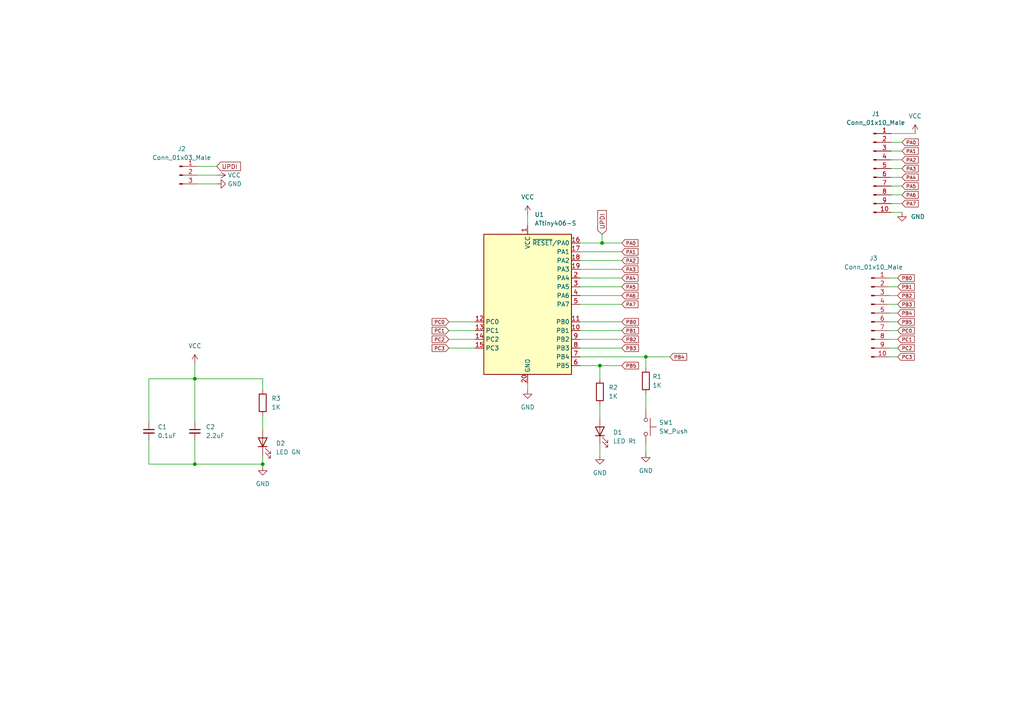
<source format=kicad_sch>
(kicad_sch (version 20211123) (generator eeschema)

  (uuid fb30f9bb-6a0b-4d8a-82b0-266eab794bc6)

  (paper "A4")

  (lib_symbols
    (symbol "Connector:Conn_01x03_Male" (pin_names (offset 1.016) hide) (in_bom yes) (on_board yes)
      (property "Reference" "J" (id 0) (at 0 5.08 0)
        (effects (font (size 1.27 1.27)))
      )
      (property "Value" "Conn_01x03_Male" (id 1) (at 0 -5.08 0)
        (effects (font (size 1.27 1.27)))
      )
      (property "Footprint" "" (id 2) (at 0 0 0)
        (effects (font (size 1.27 1.27)) hide)
      )
      (property "Datasheet" "~" (id 3) (at 0 0 0)
        (effects (font (size 1.27 1.27)) hide)
      )
      (property "ki_keywords" "connector" (id 4) (at 0 0 0)
        (effects (font (size 1.27 1.27)) hide)
      )
      (property "ki_description" "Generic connector, single row, 01x03, script generated (kicad-library-utils/schlib/autogen/connector/)" (id 5) (at 0 0 0)
        (effects (font (size 1.27 1.27)) hide)
      )
      (property "ki_fp_filters" "Connector*:*_1x??_*" (id 6) (at 0 0 0)
        (effects (font (size 1.27 1.27)) hide)
      )
      (symbol "Conn_01x03_Male_1_1"
        (polyline
          (pts
            (xy 1.27 -2.54)
            (xy 0.8636 -2.54)
          )
          (stroke (width 0.1524) (type default) (color 0 0 0 0))
          (fill (type none))
        )
        (polyline
          (pts
            (xy 1.27 0)
            (xy 0.8636 0)
          )
          (stroke (width 0.1524) (type default) (color 0 0 0 0))
          (fill (type none))
        )
        (polyline
          (pts
            (xy 1.27 2.54)
            (xy 0.8636 2.54)
          )
          (stroke (width 0.1524) (type default) (color 0 0 0 0))
          (fill (type none))
        )
        (rectangle (start 0.8636 -2.413) (end 0 -2.667)
          (stroke (width 0.1524) (type default) (color 0 0 0 0))
          (fill (type outline))
        )
        (rectangle (start 0.8636 0.127) (end 0 -0.127)
          (stroke (width 0.1524) (type default) (color 0 0 0 0))
          (fill (type outline))
        )
        (rectangle (start 0.8636 2.667) (end 0 2.413)
          (stroke (width 0.1524) (type default) (color 0 0 0 0))
          (fill (type outline))
        )
        (pin passive line (at 5.08 2.54 180) (length 3.81)
          (name "Pin_1" (effects (font (size 1.27 1.27))))
          (number "1" (effects (font (size 1.27 1.27))))
        )
        (pin passive line (at 5.08 0 180) (length 3.81)
          (name "Pin_2" (effects (font (size 1.27 1.27))))
          (number "2" (effects (font (size 1.27 1.27))))
        )
        (pin passive line (at 5.08 -2.54 180) (length 3.81)
          (name "Pin_3" (effects (font (size 1.27 1.27))))
          (number "3" (effects (font (size 1.27 1.27))))
        )
      )
    )
    (symbol "Connector:Conn_01x10_Male" (pin_names (offset 1.016) hide) (in_bom yes) (on_board yes)
      (property "Reference" "J" (id 0) (at 0 12.7 0)
        (effects (font (size 1.27 1.27)))
      )
      (property "Value" "Conn_01x10_Male" (id 1) (at 0 -15.24 0)
        (effects (font (size 1.27 1.27)))
      )
      (property "Footprint" "" (id 2) (at 0 0 0)
        (effects (font (size 1.27 1.27)) hide)
      )
      (property "Datasheet" "~" (id 3) (at 0 0 0)
        (effects (font (size 1.27 1.27)) hide)
      )
      (property "ki_keywords" "connector" (id 4) (at 0 0 0)
        (effects (font (size 1.27 1.27)) hide)
      )
      (property "ki_description" "Generic connector, single row, 01x10, script generated (kicad-library-utils/schlib/autogen/connector/)" (id 5) (at 0 0 0)
        (effects (font (size 1.27 1.27)) hide)
      )
      (property "ki_fp_filters" "Connector*:*_1x??_*" (id 6) (at 0 0 0)
        (effects (font (size 1.27 1.27)) hide)
      )
      (symbol "Conn_01x10_Male_1_1"
        (polyline
          (pts
            (xy 1.27 -12.7)
            (xy 0.8636 -12.7)
          )
          (stroke (width 0.1524) (type default) (color 0 0 0 0))
          (fill (type none))
        )
        (polyline
          (pts
            (xy 1.27 -10.16)
            (xy 0.8636 -10.16)
          )
          (stroke (width 0.1524) (type default) (color 0 0 0 0))
          (fill (type none))
        )
        (polyline
          (pts
            (xy 1.27 -7.62)
            (xy 0.8636 -7.62)
          )
          (stroke (width 0.1524) (type default) (color 0 0 0 0))
          (fill (type none))
        )
        (polyline
          (pts
            (xy 1.27 -5.08)
            (xy 0.8636 -5.08)
          )
          (stroke (width 0.1524) (type default) (color 0 0 0 0))
          (fill (type none))
        )
        (polyline
          (pts
            (xy 1.27 -2.54)
            (xy 0.8636 -2.54)
          )
          (stroke (width 0.1524) (type default) (color 0 0 0 0))
          (fill (type none))
        )
        (polyline
          (pts
            (xy 1.27 0)
            (xy 0.8636 0)
          )
          (stroke (width 0.1524) (type default) (color 0 0 0 0))
          (fill (type none))
        )
        (polyline
          (pts
            (xy 1.27 2.54)
            (xy 0.8636 2.54)
          )
          (stroke (width 0.1524) (type default) (color 0 0 0 0))
          (fill (type none))
        )
        (polyline
          (pts
            (xy 1.27 5.08)
            (xy 0.8636 5.08)
          )
          (stroke (width 0.1524) (type default) (color 0 0 0 0))
          (fill (type none))
        )
        (polyline
          (pts
            (xy 1.27 7.62)
            (xy 0.8636 7.62)
          )
          (stroke (width 0.1524) (type default) (color 0 0 0 0))
          (fill (type none))
        )
        (polyline
          (pts
            (xy 1.27 10.16)
            (xy 0.8636 10.16)
          )
          (stroke (width 0.1524) (type default) (color 0 0 0 0))
          (fill (type none))
        )
        (rectangle (start 0.8636 -12.573) (end 0 -12.827)
          (stroke (width 0.1524) (type default) (color 0 0 0 0))
          (fill (type outline))
        )
        (rectangle (start 0.8636 -10.033) (end 0 -10.287)
          (stroke (width 0.1524) (type default) (color 0 0 0 0))
          (fill (type outline))
        )
        (rectangle (start 0.8636 -7.493) (end 0 -7.747)
          (stroke (width 0.1524) (type default) (color 0 0 0 0))
          (fill (type outline))
        )
        (rectangle (start 0.8636 -4.953) (end 0 -5.207)
          (stroke (width 0.1524) (type default) (color 0 0 0 0))
          (fill (type outline))
        )
        (rectangle (start 0.8636 -2.413) (end 0 -2.667)
          (stroke (width 0.1524) (type default) (color 0 0 0 0))
          (fill (type outline))
        )
        (rectangle (start 0.8636 0.127) (end 0 -0.127)
          (stroke (width 0.1524) (type default) (color 0 0 0 0))
          (fill (type outline))
        )
        (rectangle (start 0.8636 2.667) (end 0 2.413)
          (stroke (width 0.1524) (type default) (color 0 0 0 0))
          (fill (type outline))
        )
        (rectangle (start 0.8636 5.207) (end 0 4.953)
          (stroke (width 0.1524) (type default) (color 0 0 0 0))
          (fill (type outline))
        )
        (rectangle (start 0.8636 7.747) (end 0 7.493)
          (stroke (width 0.1524) (type default) (color 0 0 0 0))
          (fill (type outline))
        )
        (rectangle (start 0.8636 10.287) (end 0 10.033)
          (stroke (width 0.1524) (type default) (color 0 0 0 0))
          (fill (type outline))
        )
        (pin passive line (at 5.08 10.16 180) (length 3.81)
          (name "Pin_1" (effects (font (size 1.27 1.27))))
          (number "1" (effects (font (size 1.27 1.27))))
        )
        (pin passive line (at 5.08 -12.7 180) (length 3.81)
          (name "Pin_10" (effects (font (size 1.27 1.27))))
          (number "10" (effects (font (size 1.27 1.27))))
        )
        (pin passive line (at 5.08 7.62 180) (length 3.81)
          (name "Pin_2" (effects (font (size 1.27 1.27))))
          (number "2" (effects (font (size 1.27 1.27))))
        )
        (pin passive line (at 5.08 5.08 180) (length 3.81)
          (name "Pin_3" (effects (font (size 1.27 1.27))))
          (number "3" (effects (font (size 1.27 1.27))))
        )
        (pin passive line (at 5.08 2.54 180) (length 3.81)
          (name "Pin_4" (effects (font (size 1.27 1.27))))
          (number "4" (effects (font (size 1.27 1.27))))
        )
        (pin passive line (at 5.08 0 180) (length 3.81)
          (name "Pin_5" (effects (font (size 1.27 1.27))))
          (number "5" (effects (font (size 1.27 1.27))))
        )
        (pin passive line (at 5.08 -2.54 180) (length 3.81)
          (name "Pin_6" (effects (font (size 1.27 1.27))))
          (number "6" (effects (font (size 1.27 1.27))))
        )
        (pin passive line (at 5.08 -5.08 180) (length 3.81)
          (name "Pin_7" (effects (font (size 1.27 1.27))))
          (number "7" (effects (font (size 1.27 1.27))))
        )
        (pin passive line (at 5.08 -7.62 180) (length 3.81)
          (name "Pin_8" (effects (font (size 1.27 1.27))))
          (number "8" (effects (font (size 1.27 1.27))))
        )
        (pin passive line (at 5.08 -10.16 180) (length 3.81)
          (name "Pin_9" (effects (font (size 1.27 1.27))))
          (number "9" (effects (font (size 1.27 1.27))))
        )
      )
    )
    (symbol "Device:C_Small" (pin_numbers hide) (pin_names (offset 0.254) hide) (in_bom yes) (on_board yes)
      (property "Reference" "C" (id 0) (at 0.254 1.778 0)
        (effects (font (size 1.27 1.27)) (justify left))
      )
      (property "Value" "C_Small" (id 1) (at 0.254 -2.032 0)
        (effects (font (size 1.27 1.27)) (justify left))
      )
      (property "Footprint" "" (id 2) (at 0 0 0)
        (effects (font (size 1.27 1.27)) hide)
      )
      (property "Datasheet" "~" (id 3) (at 0 0 0)
        (effects (font (size 1.27 1.27)) hide)
      )
      (property "ki_keywords" "capacitor cap" (id 4) (at 0 0 0)
        (effects (font (size 1.27 1.27)) hide)
      )
      (property "ki_description" "Unpolarized capacitor, small symbol" (id 5) (at 0 0 0)
        (effects (font (size 1.27 1.27)) hide)
      )
      (property "ki_fp_filters" "C_*" (id 6) (at 0 0 0)
        (effects (font (size 1.27 1.27)) hide)
      )
      (symbol "C_Small_0_1"
        (polyline
          (pts
            (xy -1.524 -0.508)
            (xy 1.524 -0.508)
          )
          (stroke (width 0.3302) (type default) (color 0 0 0 0))
          (fill (type none))
        )
        (polyline
          (pts
            (xy -1.524 0.508)
            (xy 1.524 0.508)
          )
          (stroke (width 0.3048) (type default) (color 0 0 0 0))
          (fill (type none))
        )
      )
      (symbol "C_Small_1_1"
        (pin passive line (at 0 2.54 270) (length 2.032)
          (name "~" (effects (font (size 1.27 1.27))))
          (number "1" (effects (font (size 1.27 1.27))))
        )
        (pin passive line (at 0 -2.54 90) (length 2.032)
          (name "~" (effects (font (size 1.27 1.27))))
          (number "2" (effects (font (size 1.27 1.27))))
        )
      )
    )
    (symbol "Device:LED" (pin_numbers hide) (pin_names (offset 1.016) hide) (in_bom yes) (on_board yes)
      (property "Reference" "D" (id 0) (at 0 2.54 0)
        (effects (font (size 1.27 1.27)))
      )
      (property "Value" "LED" (id 1) (at 0 -2.54 0)
        (effects (font (size 1.27 1.27)))
      )
      (property "Footprint" "" (id 2) (at 0 0 0)
        (effects (font (size 1.27 1.27)) hide)
      )
      (property "Datasheet" "~" (id 3) (at 0 0 0)
        (effects (font (size 1.27 1.27)) hide)
      )
      (property "ki_keywords" "LED diode" (id 4) (at 0 0 0)
        (effects (font (size 1.27 1.27)) hide)
      )
      (property "ki_description" "Light emitting diode" (id 5) (at 0 0 0)
        (effects (font (size 1.27 1.27)) hide)
      )
      (property "ki_fp_filters" "LED* LED_SMD:* LED_THT:*" (id 6) (at 0 0 0)
        (effects (font (size 1.27 1.27)) hide)
      )
      (symbol "LED_0_1"
        (polyline
          (pts
            (xy -1.27 -1.27)
            (xy -1.27 1.27)
          )
          (stroke (width 0.254) (type default) (color 0 0 0 0))
          (fill (type none))
        )
        (polyline
          (pts
            (xy -1.27 0)
            (xy 1.27 0)
          )
          (stroke (width 0) (type default) (color 0 0 0 0))
          (fill (type none))
        )
        (polyline
          (pts
            (xy 1.27 -1.27)
            (xy 1.27 1.27)
            (xy -1.27 0)
            (xy 1.27 -1.27)
          )
          (stroke (width 0.254) (type default) (color 0 0 0 0))
          (fill (type none))
        )
        (polyline
          (pts
            (xy -3.048 -0.762)
            (xy -4.572 -2.286)
            (xy -3.81 -2.286)
            (xy -4.572 -2.286)
            (xy -4.572 -1.524)
          )
          (stroke (width 0) (type default) (color 0 0 0 0))
          (fill (type none))
        )
        (polyline
          (pts
            (xy -1.778 -0.762)
            (xy -3.302 -2.286)
            (xy -2.54 -2.286)
            (xy -3.302 -2.286)
            (xy -3.302 -1.524)
          )
          (stroke (width 0) (type default) (color 0 0 0 0))
          (fill (type none))
        )
      )
      (symbol "LED_1_1"
        (pin passive line (at -3.81 0 0) (length 2.54)
          (name "K" (effects (font (size 1.27 1.27))))
          (number "1" (effects (font (size 1.27 1.27))))
        )
        (pin passive line (at 3.81 0 180) (length 2.54)
          (name "A" (effects (font (size 1.27 1.27))))
          (number "2" (effects (font (size 1.27 1.27))))
        )
      )
    )
    (symbol "Device:R" (pin_numbers hide) (pin_names (offset 0)) (in_bom yes) (on_board yes)
      (property "Reference" "R" (id 0) (at 2.032 0 90)
        (effects (font (size 1.27 1.27)))
      )
      (property "Value" "R" (id 1) (at 0 0 90)
        (effects (font (size 1.27 1.27)))
      )
      (property "Footprint" "" (id 2) (at -1.778 0 90)
        (effects (font (size 1.27 1.27)) hide)
      )
      (property "Datasheet" "~" (id 3) (at 0 0 0)
        (effects (font (size 1.27 1.27)) hide)
      )
      (property "ki_keywords" "R res resistor" (id 4) (at 0 0 0)
        (effects (font (size 1.27 1.27)) hide)
      )
      (property "ki_description" "Resistor" (id 5) (at 0 0 0)
        (effects (font (size 1.27 1.27)) hide)
      )
      (property "ki_fp_filters" "R_*" (id 6) (at 0 0 0)
        (effects (font (size 1.27 1.27)) hide)
      )
      (symbol "R_0_1"
        (rectangle (start -1.016 -2.54) (end 1.016 2.54)
          (stroke (width 0.254) (type default) (color 0 0 0 0))
          (fill (type none))
        )
      )
      (symbol "R_1_1"
        (pin passive line (at 0 3.81 270) (length 1.27)
          (name "~" (effects (font (size 1.27 1.27))))
          (number "1" (effects (font (size 1.27 1.27))))
        )
        (pin passive line (at 0 -3.81 90) (length 1.27)
          (name "~" (effects (font (size 1.27 1.27))))
          (number "2" (effects (font (size 1.27 1.27))))
        )
      )
    )
    (symbol "MCU_Microchip_ATtiny:ATtiny406-S" (in_bom yes) (on_board yes)
      (property "Reference" "U" (id 0) (at -12.7 21.59 0)
        (effects (font (size 1.27 1.27)) (justify left bottom))
      )
      (property "Value" "ATtiny406-S" (id 1) (at 2.54 -21.59 0)
        (effects (font (size 1.27 1.27)) (justify left top))
      )
      (property "Footprint" "Package_SO:SOIC-20W_7.5x12.8mm_P1.27mm" (id 2) (at 0 0 0)
        (effects (font (size 1.27 1.27) italic) hide)
      )
      (property "Datasheet" "http://ww1.microchip.com/downloads/en/DeviceDoc/Microchip%208bit%20mcu%20AVR%20ATtiny406%20data%20sheet%2040001976A.pdf" (id 3) (at 0 0 0)
        (effects (font (size 1.27 1.27)) hide)
      )
      (property "ki_keywords" "AVR 8bit Microcontroller tinyAVR" (id 4) (at 0 0 0)
        (effects (font (size 1.27 1.27)) hide)
      )
      (property "ki_description" "20MHz, 4kB Flash, 256B SRAM, 128B EEPROM, SOIC-20" (id 5) (at 0 0 0)
        (effects (font (size 1.27 1.27)) hide)
      )
      (property "ki_fp_filters" "SOIC*7.5x12.8mm*P1.27mm*" (id 6) (at 0 0 0)
        (effects (font (size 1.27 1.27)) hide)
      )
      (symbol "ATtiny406-S_0_1"
        (rectangle (start -12.7 -20.32) (end 12.7 20.32)
          (stroke (width 0.254) (type default) (color 0 0 0 0))
          (fill (type background))
        )
      )
      (symbol "ATtiny406-S_1_1"
        (pin power_in line (at 0 22.86 270) (length 2.54)
          (name "VCC" (effects (font (size 1.27 1.27))))
          (number "1" (effects (font (size 1.27 1.27))))
        )
        (pin bidirectional line (at 15.24 -7.62 180) (length 2.54)
          (name "PB1" (effects (font (size 1.27 1.27))))
          (number "10" (effects (font (size 1.27 1.27))))
        )
        (pin bidirectional line (at 15.24 -5.08 180) (length 2.54)
          (name "PB0" (effects (font (size 1.27 1.27))))
          (number "11" (effects (font (size 1.27 1.27))))
        )
        (pin bidirectional line (at -15.24 -5.08 0) (length 2.54)
          (name "PC0" (effects (font (size 1.27 1.27))))
          (number "12" (effects (font (size 1.27 1.27))))
        )
        (pin bidirectional line (at -15.24 -7.62 0) (length 2.54)
          (name "PC1" (effects (font (size 1.27 1.27))))
          (number "13" (effects (font (size 1.27 1.27))))
        )
        (pin bidirectional line (at -15.24 -10.16 0) (length 2.54)
          (name "PC2" (effects (font (size 1.27 1.27))))
          (number "14" (effects (font (size 1.27 1.27))))
        )
        (pin bidirectional line (at -15.24 -12.7 0) (length 2.54)
          (name "PC3" (effects (font (size 1.27 1.27))))
          (number "15" (effects (font (size 1.27 1.27))))
        )
        (pin bidirectional line (at 15.24 17.78 180) (length 2.54)
          (name "~{RESET}/PA0" (effects (font (size 1.27 1.27))))
          (number "16" (effects (font (size 1.27 1.27))))
        )
        (pin bidirectional line (at 15.24 15.24 180) (length 2.54)
          (name "PA1" (effects (font (size 1.27 1.27))))
          (number "17" (effects (font (size 1.27 1.27))))
        )
        (pin bidirectional line (at 15.24 12.7 180) (length 2.54)
          (name "PA2" (effects (font (size 1.27 1.27))))
          (number "18" (effects (font (size 1.27 1.27))))
        )
        (pin bidirectional line (at 15.24 10.16 180) (length 2.54)
          (name "PA3" (effects (font (size 1.27 1.27))))
          (number "19" (effects (font (size 1.27 1.27))))
        )
        (pin bidirectional line (at 15.24 7.62 180) (length 2.54)
          (name "PA4" (effects (font (size 1.27 1.27))))
          (number "2" (effects (font (size 1.27 1.27))))
        )
        (pin power_in line (at 0 -22.86 90) (length 2.54)
          (name "GND" (effects (font (size 1.27 1.27))))
          (number "20" (effects (font (size 1.27 1.27))))
        )
        (pin bidirectional line (at 15.24 5.08 180) (length 2.54)
          (name "PA5" (effects (font (size 1.27 1.27))))
          (number "3" (effects (font (size 1.27 1.27))))
        )
        (pin bidirectional line (at 15.24 2.54 180) (length 2.54)
          (name "PA6" (effects (font (size 1.27 1.27))))
          (number "4" (effects (font (size 1.27 1.27))))
        )
        (pin bidirectional line (at 15.24 0 180) (length 2.54)
          (name "PA7" (effects (font (size 1.27 1.27))))
          (number "5" (effects (font (size 1.27 1.27))))
        )
        (pin bidirectional line (at 15.24 -17.78 180) (length 2.54)
          (name "PB5" (effects (font (size 1.27 1.27))))
          (number "6" (effects (font (size 1.27 1.27))))
        )
        (pin bidirectional line (at 15.24 -15.24 180) (length 2.54)
          (name "PB4" (effects (font (size 1.27 1.27))))
          (number "7" (effects (font (size 1.27 1.27))))
        )
        (pin bidirectional line (at 15.24 -12.7 180) (length 2.54)
          (name "PB3" (effects (font (size 1.27 1.27))))
          (number "8" (effects (font (size 1.27 1.27))))
        )
        (pin bidirectional line (at 15.24 -10.16 180) (length 2.54)
          (name "PB2" (effects (font (size 1.27 1.27))))
          (number "9" (effects (font (size 1.27 1.27))))
        )
      )
    )
    (symbol "Switch:SW_Push" (pin_numbers hide) (pin_names (offset 1.016) hide) (in_bom yes) (on_board yes)
      (property "Reference" "SW" (id 0) (at 1.27 2.54 0)
        (effects (font (size 1.27 1.27)) (justify left))
      )
      (property "Value" "SW_Push" (id 1) (at 0 -1.524 0)
        (effects (font (size 1.27 1.27)))
      )
      (property "Footprint" "" (id 2) (at 0 5.08 0)
        (effects (font (size 1.27 1.27)) hide)
      )
      (property "Datasheet" "~" (id 3) (at 0 5.08 0)
        (effects (font (size 1.27 1.27)) hide)
      )
      (property "ki_keywords" "switch normally-open pushbutton push-button" (id 4) (at 0 0 0)
        (effects (font (size 1.27 1.27)) hide)
      )
      (property "ki_description" "Push button switch, generic, two pins" (id 5) (at 0 0 0)
        (effects (font (size 1.27 1.27)) hide)
      )
      (symbol "SW_Push_0_1"
        (circle (center -2.032 0) (radius 0.508)
          (stroke (width 0) (type default) (color 0 0 0 0))
          (fill (type none))
        )
        (polyline
          (pts
            (xy 0 1.27)
            (xy 0 3.048)
          )
          (stroke (width 0) (type default) (color 0 0 0 0))
          (fill (type none))
        )
        (polyline
          (pts
            (xy 2.54 1.27)
            (xy -2.54 1.27)
          )
          (stroke (width 0) (type default) (color 0 0 0 0))
          (fill (type none))
        )
        (circle (center 2.032 0) (radius 0.508)
          (stroke (width 0) (type default) (color 0 0 0 0))
          (fill (type none))
        )
        (pin passive line (at -5.08 0 0) (length 2.54)
          (name "1" (effects (font (size 1.27 1.27))))
          (number "1" (effects (font (size 1.27 1.27))))
        )
        (pin passive line (at 5.08 0 180) (length 2.54)
          (name "2" (effects (font (size 1.27 1.27))))
          (number "2" (effects (font (size 1.27 1.27))))
        )
      )
    )
    (symbol "power:GND" (power) (pin_names (offset 0)) (in_bom yes) (on_board yes)
      (property "Reference" "#PWR" (id 0) (at 0 -6.35 0)
        (effects (font (size 1.27 1.27)) hide)
      )
      (property "Value" "GND" (id 1) (at 0 -3.81 0)
        (effects (font (size 1.27 1.27)))
      )
      (property "Footprint" "" (id 2) (at 0 0 0)
        (effects (font (size 1.27 1.27)) hide)
      )
      (property "Datasheet" "" (id 3) (at 0 0 0)
        (effects (font (size 1.27 1.27)) hide)
      )
      (property "ki_keywords" "power-flag" (id 4) (at 0 0 0)
        (effects (font (size 1.27 1.27)) hide)
      )
      (property "ki_description" "Power symbol creates a global label with name \"GND\" , ground" (id 5) (at 0 0 0)
        (effects (font (size 1.27 1.27)) hide)
      )
      (symbol "GND_0_1"
        (polyline
          (pts
            (xy 0 0)
            (xy 0 -1.27)
            (xy 1.27 -1.27)
            (xy 0 -2.54)
            (xy -1.27 -1.27)
            (xy 0 -1.27)
          )
          (stroke (width 0) (type default) (color 0 0 0 0))
          (fill (type none))
        )
      )
      (symbol "GND_1_1"
        (pin power_in line (at 0 0 270) (length 0) hide
          (name "GND" (effects (font (size 1.27 1.27))))
          (number "1" (effects (font (size 1.27 1.27))))
        )
      )
    )
    (symbol "power:VCC" (power) (pin_names (offset 0)) (in_bom yes) (on_board yes)
      (property "Reference" "#PWR" (id 0) (at 0 -3.81 0)
        (effects (font (size 1.27 1.27)) hide)
      )
      (property "Value" "VCC" (id 1) (at 0 3.81 0)
        (effects (font (size 1.27 1.27)))
      )
      (property "Footprint" "" (id 2) (at 0 0 0)
        (effects (font (size 1.27 1.27)) hide)
      )
      (property "Datasheet" "" (id 3) (at 0 0 0)
        (effects (font (size 1.27 1.27)) hide)
      )
      (property "ki_keywords" "power-flag" (id 4) (at 0 0 0)
        (effects (font (size 1.27 1.27)) hide)
      )
      (property "ki_description" "Power symbol creates a global label with name \"VCC\"" (id 5) (at 0 0 0)
        (effects (font (size 1.27 1.27)) hide)
      )
      (symbol "VCC_0_1"
        (polyline
          (pts
            (xy -0.762 1.27)
            (xy 0 2.54)
          )
          (stroke (width 0) (type default) (color 0 0 0 0))
          (fill (type none))
        )
        (polyline
          (pts
            (xy 0 0)
            (xy 0 2.54)
          )
          (stroke (width 0) (type default) (color 0 0 0 0))
          (fill (type none))
        )
        (polyline
          (pts
            (xy 0 2.54)
            (xy 0.762 1.27)
          )
          (stroke (width 0) (type default) (color 0 0 0 0))
          (fill (type none))
        )
      )
      (symbol "VCC_1_1"
        (pin power_in line (at 0 0 90) (length 0) hide
          (name "VCC" (effects (font (size 1.27 1.27))))
          (number "1" (effects (font (size 1.27 1.27))))
        )
      )
    )
  )

  (junction (at 174.625 70.485) (diameter 0) (color 0 0 0 0)
    (uuid 00675e31-77d4-4eac-8ad0-e149c608b842)
  )
  (junction (at 187.325 103.505) (diameter 0) (color 0 0 0 0)
    (uuid 679bd0ec-8e4c-46d9-82fd-ca89e1869acc)
  )
  (junction (at 56.515 109.855) (diameter 0) (color 0 0 0 0)
    (uuid 693b44d3-7170-4989-8f37-1c3736664250)
  )
  (junction (at 76.2 134.62) (diameter 0) (color 0 0 0 0)
    (uuid a31ec509-a68f-48a2-8409-64977c4cf578)
  )
  (junction (at 56.515 134.62) (diameter 0) (color 0 0 0 0)
    (uuid ae3a6328-3827-4058-94b7-c3b5787fd1a5)
  )
  (junction (at 173.99 106.045) (diameter 0) (color 0 0 0 0)
    (uuid b3e608e1-0be6-4c1b-8a87-b45b4462cc4e)
  )

  (wire (pts (xy 76.2 134.62) (xy 76.2 135.255))
    (stroke (width 0) (type default) (color 0 0 0 0))
    (uuid 01160ba8-06c2-4d15-8a4d-ce35ad95b348)
  )
  (wire (pts (xy 56.515 105.41) (xy 56.515 109.855))
    (stroke (width 0) (type default) (color 0 0 0 0))
    (uuid 0459ce21-a166-4ea2-a718-80424118b397)
  )
  (wire (pts (xy 168.275 103.505) (xy 187.325 103.505))
    (stroke (width 0) (type default) (color 0 0 0 0))
    (uuid 0974a704-bde6-40d0-a3fe-f274c867849b)
  )
  (wire (pts (xy 257.81 90.805) (xy 260.35 90.805))
    (stroke (width 0) (type default) (color 0 0 0 0))
    (uuid 0b024344-42a7-4551-b12b-5f178da21a49)
  )
  (wire (pts (xy 76.2 134.62) (xy 56.515 134.62))
    (stroke (width 0) (type default) (color 0 0 0 0))
    (uuid 0bc8b3c7-7eab-4f33-a26f-56e13e215001)
  )
  (wire (pts (xy 173.99 106.045) (xy 180.34 106.045))
    (stroke (width 0) (type default) (color 0 0 0 0))
    (uuid 12a6ce66-06d1-492a-81db-3bfe09ce1e4f)
  )
  (wire (pts (xy 187.325 103.505) (xy 194.31 103.505))
    (stroke (width 0) (type default) (color 0 0 0 0))
    (uuid 16f44d35-1e0c-473a-8c1b-117a58b74058)
  )
  (wire (pts (xy 57.15 53.34) (xy 62.865 53.34))
    (stroke (width 0) (type default) (color 0 0 0 0))
    (uuid 1a9af4cc-1d72-4b76-a66f-8ce324f55b7c)
  )
  (wire (pts (xy 187.325 128.905) (xy 187.325 131.445))
    (stroke (width 0) (type default) (color 0 0 0 0))
    (uuid 1b3b457c-c35b-4a8f-a809-070d85022e5f)
  )
  (wire (pts (xy 257.81 93.345) (xy 260.35 93.345))
    (stroke (width 0) (type default) (color 0 0 0 0))
    (uuid 1b929fcc-fb1c-42a6-baaa-60e6301cb969)
  )
  (wire (pts (xy 258.445 61.595) (xy 261.62 61.595))
    (stroke (width 0) (type default) (color 0 0 0 0))
    (uuid 1f3cc0e0-dcf2-431a-8fe9-6fd00dde9a8d)
  )
  (wire (pts (xy 258.445 53.975) (xy 261.62 53.975))
    (stroke (width 0) (type default) (color 0 0 0 0))
    (uuid 2104b12b-f0e2-4cfb-a1ca-f440722155a1)
  )
  (wire (pts (xy 168.275 95.885) (xy 180.34 95.885))
    (stroke (width 0) (type default) (color 0 0 0 0))
    (uuid 25286b17-7ffe-4973-b494-e6e235b89fc3)
  )
  (wire (pts (xy 168.275 85.725) (xy 180.34 85.725))
    (stroke (width 0) (type default) (color 0 0 0 0))
    (uuid 300febb8-4151-492c-8616-220fb6fa0987)
  )
  (wire (pts (xy 257.81 95.885) (xy 260.35 95.885))
    (stroke (width 0) (type default) (color 0 0 0 0))
    (uuid 3066b767-ab96-4271-8407-0cd052d60314)
  )
  (wire (pts (xy 187.325 103.505) (xy 187.325 106.68))
    (stroke (width 0) (type default) (color 0 0 0 0))
    (uuid 3198bb48-fa59-4318-bf0a-163775428656)
  )
  (wire (pts (xy 258.445 41.275) (xy 261.62 41.275))
    (stroke (width 0) (type default) (color 0 0 0 0))
    (uuid 334a03e8-1d1d-42e5-9f17-c7cd8eaad703)
  )
  (wire (pts (xy 57.15 50.8) (xy 62.865 50.8))
    (stroke (width 0) (type default) (color 0 0 0 0))
    (uuid 392a92b1-643a-42e0-8907-1c54ad6f3c48)
  )
  (wire (pts (xy 258.445 59.055) (xy 261.62 59.055))
    (stroke (width 0) (type default) (color 0 0 0 0))
    (uuid 3c4f7dc4-c398-4bc7-a2d3-e2a1989716ec)
  )
  (wire (pts (xy 168.275 83.185) (xy 180.34 83.185))
    (stroke (width 0) (type default) (color 0 0 0 0))
    (uuid 43b5258d-60f1-4e9f-a6c8-ffc6f3cd5647)
  )
  (wire (pts (xy 257.81 98.425) (xy 260.35 98.425))
    (stroke (width 0) (type default) (color 0 0 0 0))
    (uuid 47cfde1e-1672-42de-9bee-9436d612bef9)
  )
  (wire (pts (xy 258.445 43.815) (xy 261.62 43.815))
    (stroke (width 0) (type default) (color 0 0 0 0))
    (uuid 4ee2def9-17e7-49c6-aade-c4fdd6f696dc)
  )
  (wire (pts (xy 43.18 127.635) (xy 43.18 134.62))
    (stroke (width 0) (type default) (color 0 0 0 0))
    (uuid 56a96edd-bd25-4980-b4fd-c34c8950482f)
  )
  (wire (pts (xy 168.275 100.965) (xy 180.34 100.965))
    (stroke (width 0) (type default) (color 0 0 0 0))
    (uuid 600422d0-56ec-4720-92fe-926042935811)
  )
  (wire (pts (xy 76.2 109.855) (xy 76.2 113.03))
    (stroke (width 0) (type default) (color 0 0 0 0))
    (uuid 63a2a60f-d7b7-4779-9906-24de81fe1f88)
  )
  (wire (pts (xy 56.515 109.855) (xy 76.2 109.855))
    (stroke (width 0) (type default) (color 0 0 0 0))
    (uuid 691eba56-9f29-486e-baa4-9b8a7520ad20)
  )
  (wire (pts (xy 258.445 46.355) (xy 261.62 46.355))
    (stroke (width 0) (type default) (color 0 0 0 0))
    (uuid 6df3b7af-fd3e-44e3-b7bd-19b48f01fc6d)
  )
  (wire (pts (xy 168.275 78.105) (xy 180.34 78.105))
    (stroke (width 0) (type default) (color 0 0 0 0))
    (uuid 706321a9-c5da-4101-8d4d-9b8e3039a9ba)
  )
  (wire (pts (xy 257.81 100.965) (xy 260.35 100.965))
    (stroke (width 0) (type default) (color 0 0 0 0))
    (uuid 71898bf9-1668-4706-bd1b-892ec32fe612)
  )
  (wire (pts (xy 173.99 106.045) (xy 173.99 109.855))
    (stroke (width 0) (type default) (color 0 0 0 0))
    (uuid 72812197-9cbc-439d-84f4-ecb2be2a60e8)
  )
  (wire (pts (xy 174.625 70.485) (xy 174.625 67.945))
    (stroke (width 0) (type default) (color 0 0 0 0))
    (uuid 776597a3-d073-4aa3-bb9c-3bd13430e70b)
  )
  (wire (pts (xy 258.445 56.515) (xy 261.62 56.515))
    (stroke (width 0) (type default) (color 0 0 0 0))
    (uuid 808ff74f-c709-45af-9b3a-762949d97950)
  )
  (wire (pts (xy 43.18 122.555) (xy 43.18 109.855))
    (stroke (width 0) (type default) (color 0 0 0 0))
    (uuid 88113554-654b-405a-a326-5faebb05f6e6)
  )
  (wire (pts (xy 258.445 38.735) (xy 265.43 38.735))
    (stroke (width 0) (type default) (color 0 0 0 0))
    (uuid 8821cf23-2a47-4808-8148-0dc543874709)
  )
  (wire (pts (xy 257.81 85.725) (xy 260.35 85.725))
    (stroke (width 0) (type default) (color 0 0 0 0))
    (uuid 88fc9588-262e-487a-865b-48e3b2afeaa3)
  )
  (wire (pts (xy 257.81 83.185) (xy 260.35 83.185))
    (stroke (width 0) (type default) (color 0 0 0 0))
    (uuid 8b5c76ea-f734-476f-a316-905911c4edc7)
  )
  (wire (pts (xy 257.81 103.505) (xy 260.35 103.505))
    (stroke (width 0) (type default) (color 0 0 0 0))
    (uuid 8c1ac5f3-dc76-40ab-82bb-2d8f9297c972)
  )
  (wire (pts (xy 168.275 98.425) (xy 180.34 98.425))
    (stroke (width 0) (type default) (color 0 0 0 0))
    (uuid 93c45690-0a89-4f0f-8c5d-1bd365516e31)
  )
  (wire (pts (xy 130.175 98.425) (xy 137.795 98.425))
    (stroke (width 0) (type default) (color 0 0 0 0))
    (uuid 97d011b6-c646-4240-b25a-ec82f39f5a8e)
  )
  (wire (pts (xy 168.275 73.025) (xy 180.34 73.025))
    (stroke (width 0) (type default) (color 0 0 0 0))
    (uuid 9d2891ba-6ff3-4a2c-bced-2e4fa263e41f)
  )
  (wire (pts (xy 257.81 88.265) (xy 260.35 88.265))
    (stroke (width 0) (type default) (color 0 0 0 0))
    (uuid 9e1a8f34-3c46-42ab-b1e3-95365b6d52b7)
  )
  (wire (pts (xy 174.625 70.485) (xy 180.34 70.485))
    (stroke (width 0) (type default) (color 0 0 0 0))
    (uuid a97af90c-fd77-42cc-a2ad-dcd120c482f6)
  )
  (wire (pts (xy 130.175 95.885) (xy 137.795 95.885))
    (stroke (width 0) (type default) (color 0 0 0 0))
    (uuid aa9dae58-161c-4020-9428-cc30f80f57e9)
  )
  (wire (pts (xy 57.15 48.26) (xy 62.865 48.26))
    (stroke (width 0) (type default) (color 0 0 0 0))
    (uuid ad23b4d3-2311-41c9-9362-077ed8bdb9e3)
  )
  (wire (pts (xy 130.175 93.345) (xy 137.795 93.345))
    (stroke (width 0) (type default) (color 0 0 0 0))
    (uuid b16607d4-b355-4a1c-84c5-e7da49230c99)
  )
  (wire (pts (xy 168.275 88.265) (xy 180.34 88.265))
    (stroke (width 0) (type default) (color 0 0 0 0))
    (uuid b1b11b62-90cb-4453-9c54-af4ea0831707)
  )
  (wire (pts (xy 153.035 111.125) (xy 153.035 113.03))
    (stroke (width 0) (type default) (color 0 0 0 0))
    (uuid b1e6b59c-f932-45fe-b40a-5c66e84abbd1)
  )
  (wire (pts (xy 168.275 93.345) (xy 180.34 93.345))
    (stroke (width 0) (type default) (color 0 0 0 0))
    (uuid b526232a-db50-48cb-af42-558a3ef45326)
  )
  (wire (pts (xy 168.275 80.645) (xy 180.34 80.645))
    (stroke (width 0) (type default) (color 0 0 0 0))
    (uuid b6f80bbc-3773-4a6a-8286-8cf5f87528d8)
  )
  (wire (pts (xy 56.515 134.62) (xy 56.515 127.635))
    (stroke (width 0) (type default) (color 0 0 0 0))
    (uuid b8f81281-7f0a-4739-8a22-ffbe7f663814)
  )
  (wire (pts (xy 258.445 48.895) (xy 261.62 48.895))
    (stroke (width 0) (type default) (color 0 0 0 0))
    (uuid bc535f06-860f-45f3-b091-0900b17233a8)
  )
  (wire (pts (xy 168.275 75.565) (xy 180.34 75.565))
    (stroke (width 0) (type default) (color 0 0 0 0))
    (uuid c186470a-355f-485c-8c73-5fe160c03d92)
  )
  (wire (pts (xy 258.445 51.435) (xy 261.62 51.435))
    (stroke (width 0) (type default) (color 0 0 0 0))
    (uuid c4eba9e7-35b3-4949-baf3-a157bee2803c)
  )
  (wire (pts (xy 168.275 106.045) (xy 173.99 106.045))
    (stroke (width 0) (type default) (color 0 0 0 0))
    (uuid c556e9ea-58cf-42d8-8552-df6a30b8a4a0)
  )
  (wire (pts (xy 76.2 120.65) (xy 76.2 124.46))
    (stroke (width 0) (type default) (color 0 0 0 0))
    (uuid d00a282a-be7c-45ba-b6dd-3cc2fb766d30)
  )
  (wire (pts (xy 130.175 100.965) (xy 137.795 100.965))
    (stroke (width 0) (type default) (color 0 0 0 0))
    (uuid d37b4944-f1a7-42cf-9d52-6144bdd9558e)
  )
  (wire (pts (xy 153.035 62.23) (xy 153.035 65.405))
    (stroke (width 0) (type default) (color 0 0 0 0))
    (uuid da447d6c-7494-43fb-926f-8fdbc00e257d)
  )
  (wire (pts (xy 257.81 80.645) (xy 260.35 80.645))
    (stroke (width 0) (type default) (color 0 0 0 0))
    (uuid e43d5507-c3fd-404b-b287-0492a28f75d7)
  )
  (wire (pts (xy 43.18 134.62) (xy 56.515 134.62))
    (stroke (width 0) (type default) (color 0 0 0 0))
    (uuid e6ab6349-69b8-4b32-85f7-e554d1eb02f1)
  )
  (wire (pts (xy 173.99 117.475) (xy 173.99 121.285))
    (stroke (width 0) (type default) (color 0 0 0 0))
    (uuid e957f84a-f004-44cd-9ce1-64000a9fa838)
  )
  (wire (pts (xy 187.325 114.3) (xy 187.325 118.745))
    (stroke (width 0) (type default) (color 0 0 0 0))
    (uuid ee4cbe6d-aa1a-4087-95a6-102c900f9553)
  )
  (wire (pts (xy 173.99 128.905) (xy 173.99 132.08))
    (stroke (width 0) (type default) (color 0 0 0 0))
    (uuid f1a0743c-39c0-4d2a-8178-3409926f2fa0)
  )
  (wire (pts (xy 43.18 109.855) (xy 56.515 109.855))
    (stroke (width 0) (type default) (color 0 0 0 0))
    (uuid f3456347-9014-40e0-9b81-41721ea02b92)
  )
  (wire (pts (xy 56.515 109.855) (xy 56.515 122.555))
    (stroke (width 0) (type default) (color 0 0 0 0))
    (uuid f37bb0ec-c88f-4d3b-aa62-42888efe48f5)
  )
  (wire (pts (xy 76.2 132.08) (xy 76.2 134.62))
    (stroke (width 0) (type default) (color 0 0 0 0))
    (uuid fa248fe8-ff1e-453d-89ec-6ac6045241f0)
  )
  (wire (pts (xy 168.275 70.485) (xy 174.625 70.485))
    (stroke (width 0) (type default) (color 0 0 0 0))
    (uuid fe739347-daba-49d9-9685-772ae93f912a)
  )

  (global_label "PA5" (shape input) (at 261.62 53.975 0) (fields_autoplaced)
    (effects (font (size 1 1)) (justify left))
    (uuid 01d15c54-f295-4ead-b0f2-943b0c2769c9)
    (property "Intersheet References" "${INTERSHEET_REFS}" (id 0) (at 266.3295 53.9125 0)
      (effects (font (size 1 1)) (justify left) hide)
    )
  )
  (global_label "PB2" (shape input) (at 180.34 98.425 0) (fields_autoplaced)
    (effects (font (size 1 1)) (justify left))
    (uuid 060da48e-2fab-4035-bf9e-c536f413c51b)
    (property "Intersheet References" "${INTERSHEET_REFS}" (id 0) (at 185.1924 98.3625 0)
      (effects (font (size 1 1)) (justify left) hide)
    )
  )
  (global_label "PC3" (shape input) (at 260.35 103.505 0) (fields_autoplaced)
    (effects (font (size 1 1)) (justify left))
    (uuid 06f1d150-49d0-4575-b815-2a7c019dd049)
    (property "Intersheet References" "${INTERSHEET_REFS}" (id 0) (at 265.2024 103.4425 0)
      (effects (font (size 1 1)) (justify left) hide)
    )
  )
  (global_label "PB5" (shape input) (at 260.35 93.345 0) (fields_autoplaced)
    (effects (font (size 1 1)) (justify left))
    (uuid 216c5af0-5f5f-4f12-aeb9-ad91ce327591)
    (property "Intersheet References" "${INTERSHEET_REFS}" (id 0) (at 265.2024 93.2825 0)
      (effects (font (size 1 1)) (justify left) hide)
    )
  )
  (global_label "PB2" (shape input) (at 260.35 85.725 0) (fields_autoplaced)
    (effects (font (size 1 1)) (justify left))
    (uuid 220e6486-2d94-45a6-8877-fb46e1b19dc7)
    (property "Intersheet References" "${INTERSHEET_REFS}" (id 0) (at 265.2024 85.6625 0)
      (effects (font (size 1 1)) (justify left) hide)
    )
  )
  (global_label "PC1" (shape input) (at 130.175 95.885 180) (fields_autoplaced)
    (effects (font (size 1 1)) (justify right))
    (uuid 25954f48-4d75-47e7-8022-a0b77d674d16)
    (property "Intersheet References" "${INTERSHEET_REFS}" (id 0) (at 125.3226 95.8225 0)
      (effects (font (size 1 1)) (justify right) hide)
    )
  )
  (global_label "PB0" (shape input) (at 260.35 80.645 0) (fields_autoplaced)
    (effects (font (size 1 1)) (justify left))
    (uuid 38ea4ae7-e68f-4b70-b68f-f023004a4cf7)
    (property "Intersheet References" "${INTERSHEET_REFS}" (id 0) (at 265.2024 80.5825 0)
      (effects (font (size 1 1)) (justify left) hide)
    )
  )
  (global_label "PA4" (shape input) (at 180.34 80.645 0) (fields_autoplaced)
    (effects (font (size 1 1)) (justify left))
    (uuid 39348805-dc3f-4944-b8ed-6d7109688f16)
    (property "Intersheet References" "${INTERSHEET_REFS}" (id 0) (at 185.0495 80.5825 0)
      (effects (font (size 1 1)) (justify left) hide)
    )
  )
  (global_label "PA1" (shape input) (at 261.62 43.815 0) (fields_autoplaced)
    (effects (font (size 1 1)) (justify left))
    (uuid 3992eb9c-c6a7-4c26-b723-fb148957908a)
    (property "Intersheet References" "${INTERSHEET_REFS}" (id 0) (at 266.3295 43.7525 0)
      (effects (font (size 1 1)) (justify left) hide)
    )
  )
  (global_label "PC2" (shape input) (at 260.35 100.965 0) (fields_autoplaced)
    (effects (font (size 1 1)) (justify left))
    (uuid 4334ff3f-22a7-4fe3-a263-4958ff4ffc71)
    (property "Intersheet References" "${INTERSHEET_REFS}" (id 0) (at 265.2024 100.9025 0)
      (effects (font (size 1 1)) (justify left) hide)
    )
  )
  (global_label "PA1" (shape input) (at 180.34 73.025 0) (fields_autoplaced)
    (effects (font (size 1 1)) (justify left))
    (uuid 498107aa-21bf-45b6-aadb-1750523d607e)
    (property "Intersheet References" "${INTERSHEET_REFS}" (id 0) (at 185.0495 72.9625 0)
      (effects (font (size 1 1)) (justify left) hide)
    )
  )
  (global_label "PB5" (shape input) (at 180.34 106.045 0) (fields_autoplaced)
    (effects (font (size 1 1)) (justify left))
    (uuid 4b5a758e-3c96-4233-853e-449957b997c0)
    (property "Intersheet References" "${INTERSHEET_REFS}" (id 0) (at 185.1924 105.9825 0)
      (effects (font (size 1 1)) (justify left) hide)
    )
  )
  (global_label "PB3" (shape input) (at 260.35 88.265 0) (fields_autoplaced)
    (effects (font (size 1 1)) (justify left))
    (uuid 5f23e1cf-a051-4b96-b66e-6f9291d2776e)
    (property "Intersheet References" "${INTERSHEET_REFS}" (id 0) (at 265.2024 88.2025 0)
      (effects (font (size 1 1)) (justify left) hide)
    )
  )
  (global_label "PA4" (shape input) (at 261.62 51.435 0) (fields_autoplaced)
    (effects (font (size 1 1)) (justify left))
    (uuid 610bf3cf-93d3-465c-bf61-1a09c25e9b4e)
    (property "Intersheet References" "${INTERSHEET_REFS}" (id 0) (at 266.3295 51.3725 0)
      (effects (font (size 1 1)) (justify left) hide)
    )
  )
  (global_label "PC0" (shape input) (at 260.35 95.885 0) (fields_autoplaced)
    (effects (font (size 1 1)) (justify left))
    (uuid 6862092a-1b17-4f45-badb-488739df9f1c)
    (property "Intersheet References" "${INTERSHEET_REFS}" (id 0) (at 265.2024 95.8225 0)
      (effects (font (size 1 1)) (justify left) hide)
    )
  )
  (global_label "PC2" (shape input) (at 130.175 98.425 180) (fields_autoplaced)
    (effects (font (size 1 1)) (justify right))
    (uuid 72d655a5-fd9c-4d5e-bda8-a579471bfefc)
    (property "Intersheet References" "${INTERSHEET_REFS}" (id 0) (at 125.3226 98.3625 0)
      (effects (font (size 1 1)) (justify right) hide)
    )
  )
  (global_label "PA6" (shape input) (at 261.62 56.515 0) (fields_autoplaced)
    (effects (font (size 1 1)) (justify left))
    (uuid 77d4ec86-d233-4f8c-8082-2a9690b620ea)
    (property "Intersheet References" "${INTERSHEET_REFS}" (id 0) (at 266.3295 56.4525 0)
      (effects (font (size 1 1)) (justify left) hide)
    )
  )
  (global_label "PA0" (shape input) (at 180.34 70.485 0) (fields_autoplaced)
    (effects (font (size 1 1)) (justify left))
    (uuid 8674ab3b-8c86-4d4d-a067-a99393d360a5)
    (property "Intersheet References" "${INTERSHEET_REFS}" (id 0) (at 185.0495 70.4225 0)
      (effects (font (size 1 1)) (justify left) hide)
    )
  )
  (global_label "PA7" (shape input) (at 180.34 88.265 0) (fields_autoplaced)
    (effects (font (size 1 1)) (justify left))
    (uuid 8b945819-fd61-42c9-a9fe-5c9ef51ac51c)
    (property "Intersheet References" "${INTERSHEET_REFS}" (id 0) (at 185.0495 88.2025 0)
      (effects (font (size 1 1)) (justify left) hide)
    )
  )
  (global_label "PB4" (shape input) (at 194.31 103.505 0) (fields_autoplaced)
    (effects (font (size 1 1)) (justify left))
    (uuid 90c5f871-c8c8-4494-9267-0866c31a1da3)
    (property "Intersheet References" "${INTERSHEET_REFS}" (id 0) (at 199.1624 103.4425 0)
      (effects (font (size 1 1)) (justify left) hide)
    )
  )
  (global_label "PA5" (shape input) (at 180.34 83.185 0) (fields_autoplaced)
    (effects (font (size 1 1)) (justify left))
    (uuid 9369fdeb-ea13-4f71-8b66-3e02b94d13b2)
    (property "Intersheet References" "${INTERSHEET_REFS}" (id 0) (at 185.0495 83.1225 0)
      (effects (font (size 1 1)) (justify left) hide)
    )
  )
  (global_label "PC0" (shape input) (at 130.175 93.345 180) (fields_autoplaced)
    (effects (font (size 1 1)) (justify right))
    (uuid 95fe0fca-41bd-4efa-afbe-4f2e11657f14)
    (property "Intersheet References" "${INTERSHEET_REFS}" (id 0) (at 125.3226 93.2825 0)
      (effects (font (size 1 1)) (justify right) hide)
    )
  )
  (global_label "UPDI" (shape input) (at 62.865 48.26 0) (fields_autoplaced)
    (effects (font (size 1.27 1.27)) (justify left))
    (uuid 9c4a0951-f54f-480e-9f04-95695ab5da7e)
    (property "Intersheet References" "${INTERSHEET_REFS}" (id 0) (at 69.7533 48.1806 0)
      (effects (font (size 1.27 1.27)) (justify left) hide)
    )
  )
  (global_label "PA3" (shape input) (at 261.62 48.895 0) (fields_autoplaced)
    (effects (font (size 1 1)) (justify left))
    (uuid 9ed4bca2-511e-4feb-b161-2f652fa36966)
    (property "Intersheet References" "${INTERSHEET_REFS}" (id 0) (at 266.3295 48.8325 0)
      (effects (font (size 1 1)) (justify left) hide)
    )
  )
  (global_label "PA7" (shape input) (at 261.62 59.055 0) (fields_autoplaced)
    (effects (font (size 1 1)) (justify left))
    (uuid a0dae6f6-d868-4d26-98f2-5eb09d4ef6b8)
    (property "Intersheet References" "${INTERSHEET_REFS}" (id 0) (at 266.3295 58.9925 0)
      (effects (font (size 1 1)) (justify left) hide)
    )
  )
  (global_label "PC1" (shape input) (at 260.35 98.425 0) (fields_autoplaced)
    (effects (font (size 1 1)) (justify left))
    (uuid a860bf31-bdb8-4a5c-9c95-b6583267f168)
    (property "Intersheet References" "${INTERSHEET_REFS}" (id 0) (at 265.2024 98.3625 0)
      (effects (font (size 1 1)) (justify left) hide)
    )
  )
  (global_label "PA0" (shape input) (at 261.62 41.275 0) (fields_autoplaced)
    (effects (font (size 1 1)) (justify left))
    (uuid ac39311a-8bac-48bd-b6da-6683e8628e9a)
    (property "Intersheet References" "${INTERSHEET_REFS}" (id 0) (at 266.3295 41.2125 0)
      (effects (font (size 1 1)) (justify left) hide)
    )
  )
  (global_label "PB0" (shape input) (at 180.34 93.345 0) (fields_autoplaced)
    (effects (font (size 1 1)) (justify left))
    (uuid acfc0c5b-6278-49e8-95dc-2f81e93b7210)
    (property "Intersheet References" "${INTERSHEET_REFS}" (id 0) (at 185.1924 93.2825 0)
      (effects (font (size 1 1)) (justify left) hide)
    )
  )
  (global_label "UPDI" (shape input) (at 174.625 67.945 90) (fields_autoplaced)
    (effects (font (size 1.27 1.27)) (justify left))
    (uuid b2061c5d-fa0d-4e90-96bc-41127ba4310e)
    (property "Intersheet References" "${INTERSHEET_REFS}" (id 0) (at 174.5456 61.0567 90)
      (effects (font (size 1.27 1.27)) (justify left) hide)
    )
  )
  (global_label "PB1" (shape input) (at 260.35 83.185 0) (fields_autoplaced)
    (effects (font (size 1 1)) (justify left))
    (uuid b59492bc-68cd-40d0-8ee4-414df2308f81)
    (property "Intersheet References" "${INTERSHEET_REFS}" (id 0) (at 265.2024 83.1225 0)
      (effects (font (size 1 1)) (justify left) hide)
    )
  )
  (global_label "PB4" (shape input) (at 260.35 90.805 0) (fields_autoplaced)
    (effects (font (size 1 1)) (justify left))
    (uuid bfd8a347-99fb-45d4-8e5e-e4be91ed99e7)
    (property "Intersheet References" "${INTERSHEET_REFS}" (id 0) (at 265.2024 90.7425 0)
      (effects (font (size 1 1)) (justify left) hide)
    )
  )
  (global_label "PB3" (shape input) (at 180.34 100.965 0) (fields_autoplaced)
    (effects (font (size 1 1)) (justify left))
    (uuid d2b8c656-733c-44b8-a508-4b249fda190e)
    (property "Intersheet References" "${INTERSHEET_REFS}" (id 0) (at 185.1924 100.9025 0)
      (effects (font (size 1 1)) (justify left) hide)
    )
  )
  (global_label "PA2" (shape input) (at 180.34 75.565 0) (fields_autoplaced)
    (effects (font (size 1 1)) (justify left))
    (uuid d5a21e57-141b-4a51-a07a-77f88cefee58)
    (property "Intersheet References" "${INTERSHEET_REFS}" (id 0) (at 185.0495 75.5025 0)
      (effects (font (size 1 1)) (justify left) hide)
    )
  )
  (global_label "PA2" (shape input) (at 261.62 46.355 0) (fields_autoplaced)
    (effects (font (size 1 1)) (justify left))
    (uuid d737ca12-6267-4de2-992c-2c978c7454e2)
    (property "Intersheet References" "${INTERSHEET_REFS}" (id 0) (at 266.3295 46.2925 0)
      (effects (font (size 1 1)) (justify left) hide)
    )
  )
  (global_label "PA6" (shape input) (at 180.34 85.725 0) (fields_autoplaced)
    (effects (font (size 1 1)) (justify left))
    (uuid d74ab3e5-f621-44d3-b8a8-55fdc81b6a93)
    (property "Intersheet References" "${INTERSHEET_REFS}" (id 0) (at 185.0495 85.6625 0)
      (effects (font (size 1 1)) (justify left) hide)
    )
  )
  (global_label "PC3" (shape input) (at 130.175 100.965 180) (fields_autoplaced)
    (effects (font (size 1 1)) (justify right))
    (uuid fc8e7d7b-821b-485d-80d6-73f84d92d855)
    (property "Intersheet References" "${INTERSHEET_REFS}" (id 0) (at 125.3226 100.9025 0)
      (effects (font (size 1 1)) (justify right) hide)
    )
  )
  (global_label "PB1" (shape input) (at 180.34 95.885 0) (fields_autoplaced)
    (effects (font (size 1 1)) (justify left))
    (uuid fe12f09a-6661-4a29-913a-4e60f3564e86)
    (property "Intersheet References" "${INTERSHEET_REFS}" (id 0) (at 185.1924 95.8225 0)
      (effects (font (size 1 1)) (justify left) hide)
    )
  )
  (global_label "PA3" (shape input) (at 180.34 78.105 0) (fields_autoplaced)
    (effects (font (size 1 1)) (justify left))
    (uuid ffb71bd6-4adc-45d9-9c3f-db6f738d2d17)
    (property "Intersheet References" "${INTERSHEET_REFS}" (id 0) (at 185.0495 78.0425 0)
      (effects (font (size 1 1)) (justify left) hide)
    )
  )

  (symbol (lib_id "power:GND") (at 261.62 61.595 0) (unit 1)
    (in_bom yes) (on_board yes) (fields_autoplaced)
    (uuid 02fa89b4-a35a-402d-be82-5ad59ac36b22)
    (property "Reference" "#PWR0109" (id 0) (at 261.62 67.945 0)
      (effects (font (size 1.27 1.27)) hide)
    )
    (property "Value" "GND" (id 1) (at 264.16 62.8649 0)
      (effects (font (size 1.27 1.27)) (justify left))
    )
    (property "Footprint" "" (id 2) (at 261.62 61.595 0)
      (effects (font (size 1.27 1.27)) hide)
    )
    (property "Datasheet" "" (id 3) (at 261.62 61.595 0)
      (effects (font (size 1.27 1.27)) hide)
    )
    (pin "1" (uuid a65c34b9-cf12-4c91-afd0-3369b9e0fd10))
  )

  (symbol (lib_id "Device:R") (at 173.99 113.665 0) (unit 1)
    (in_bom yes) (on_board yes) (fields_autoplaced)
    (uuid 148904db-0479-4da2-bd03-dac28876debb)
    (property "Reference" "R2" (id 0) (at 176.53 112.3949 0)
      (effects (font (size 1.27 1.27)) (justify left))
    )
    (property "Value" "1K" (id 1) (at 176.53 114.9349 0)
      (effects (font (size 1.27 1.27)) (justify left))
    )
    (property "Footprint" "Resistor_SMD:R_0805_2012Metric_Pad1.20x1.40mm_HandSolder" (id 2) (at 172.212 113.665 90)
      (effects (font (size 1.27 1.27)) hide)
    )
    (property "Datasheet" "~" (id 3) (at 173.99 113.665 0)
      (effects (font (size 1.27 1.27)) hide)
    )
    (pin "1" (uuid 35e671b2-9245-48d2-a29a-bd42d05892c0))
    (pin "2" (uuid db4e5e6c-51f3-4523-93b3-f4ff3820c731))
  )

  (symbol (lib_id "Connector:Conn_01x10_Male") (at 253.365 48.895 0) (unit 1)
    (in_bom yes) (on_board yes) (fields_autoplaced)
    (uuid 198834b5-8604-4786-8f80-3ba0a1a106be)
    (property "Reference" "J1" (id 0) (at 254 33.02 0))
    (property "Value" "Conn_01x10_Male" (id 1) (at 254 35.56 0))
    (property "Footprint" "Connector_PinHeader_2.54mm:PinHeader_1x10_P2.54mm_Vertical" (id 2) (at 253.365 48.895 0)
      (effects (font (size 1.27 1.27)) hide)
    )
    (property "Datasheet" "~" (id 3) (at 253.365 48.895 0)
      (effects (font (size 1.27 1.27)) hide)
    )
    (pin "1" (uuid cbce8a82-d84d-4c0c-a151-fe9f67eb59a3))
    (pin "10" (uuid b9870c7c-5448-4b17-9156-74c47a5dea31))
    (pin "2" (uuid 8eb05ece-ad79-4f3a-8ac3-dcd4c93ee69a))
    (pin "3" (uuid 9ed2dfe4-bcc1-4f8a-b782-c1c745661fb0))
    (pin "4" (uuid 7fc9935a-5f29-43b0-b71c-bf46f3274e54))
    (pin "5" (uuid 38e19f46-d73b-4a62-8667-b1e9afb50c1e))
    (pin "6" (uuid 1961aac4-f036-41ca-af06-ac3a84528630))
    (pin "7" (uuid b52e49cc-93b0-434a-846b-f0c153eb61b7))
    (pin "8" (uuid 27cf7136-4b8e-4b67-9db6-87e207cb7c2d))
    (pin "9" (uuid 8fc2a685-e197-41ea-8496-4d75f148bbbe))
  )

  (symbol (lib_id "power:GND") (at 62.865 53.34 90) (unit 1)
    (in_bom yes) (on_board yes) (fields_autoplaced)
    (uuid 29c56dd3-d395-4111-a5bb-53d2caa62371)
    (property "Reference" "#PWR0108" (id 0) (at 69.215 53.34 0)
      (effects (font (size 1.27 1.27)) hide)
    )
    (property "Value" "GND" (id 1) (at 66.04 53.3399 90)
      (effects (font (size 1.27 1.27)) (justify right))
    )
    (property "Footprint" "" (id 2) (at 62.865 53.34 0)
      (effects (font (size 1.27 1.27)) hide)
    )
    (property "Datasheet" "" (id 3) (at 62.865 53.34 0)
      (effects (font (size 1.27 1.27)) hide)
    )
    (pin "1" (uuid 3b046cd7-3480-468c-84a4-f6b1cff23fd2))
  )

  (symbol (lib_id "Connector:Conn_01x10_Male") (at 252.73 90.805 0) (unit 1)
    (in_bom yes) (on_board yes) (fields_autoplaced)
    (uuid 31e2d365-1612-45e7-909b-2daad777e3c7)
    (property "Reference" "J3" (id 0) (at 253.365 74.93 0))
    (property "Value" "Conn_01x10_Male" (id 1) (at 253.365 77.47 0))
    (property "Footprint" "Connector_PinHeader_2.54mm:PinHeader_1x10_P2.54mm_Vertical" (id 2) (at 252.73 90.805 0)
      (effects (font (size 1.27 1.27)) hide)
    )
    (property "Datasheet" "~" (id 3) (at 252.73 90.805 0)
      (effects (font (size 1.27 1.27)) hide)
    )
    (pin "1" (uuid f2aaad66-07ea-43a2-90c4-646fe9d1cd32))
    (pin "10" (uuid 4fbfc6d1-3b44-443e-ac49-0d23c969dd09))
    (pin "2" (uuid 69197ef4-fdcd-478b-993f-c02017006481))
    (pin "3" (uuid 740dd8f0-b73c-4a9d-97aa-10e9d76cab8f))
    (pin "4" (uuid 9bf624d0-87d1-44bf-b3bd-5ce82d00a0a3))
    (pin "5" (uuid 3fd5e029-7992-4e68-a278-58b791fda1a1))
    (pin "6" (uuid f6753f3d-78f3-4353-9493-e918a12ae44b))
    (pin "7" (uuid 90f36c85-02e4-44d1-a3c2-53f21b9d583b))
    (pin "8" (uuid fb8b14c0-2f35-43ee-a4cd-65b026761705))
    (pin "9" (uuid ced52563-1972-4fa7-9fe2-79e4b6572149))
  )

  (symbol (lib_id "MCU_Microchip_ATtiny:ATtiny406-S") (at 153.035 88.265 0) (unit 1)
    (in_bom yes) (on_board yes) (fields_autoplaced)
    (uuid 411ae353-442c-45cb-a1bd-bf9deb010d80)
    (property "Reference" "U1" (id 0) (at 155.0544 62.23 0)
      (effects (font (size 1.27 1.27)) (justify left))
    )
    (property "Value" "ATtiny406-S" (id 1) (at 155.0544 64.77 0)
      (effects (font (size 1.27 1.27)) (justify left))
    )
    (property "Footprint" "Package_SO:SOIC-20W_7.5x12.8mm_P1.27mm" (id 2) (at 153.035 88.265 0)
      (effects (font (size 1.27 1.27) italic) hide)
    )
    (property "Datasheet" "http://ww1.microchip.com/downloads/en/DeviceDoc/Microchip%208bit%20mcu%20AVR%20ATtiny406%20data%20sheet%2040001976A.pdf" (id 3) (at 153.035 88.265 0)
      (effects (font (size 1.27 1.27)) hide)
    )
    (pin "1" (uuid 03c2c9c8-e0db-4fed-b9c6-987ee942bb6c))
    (pin "10" (uuid e1ef5cf2-485a-4ccc-b09d-619eb8de41bd))
    (pin "11" (uuid 25611d3a-7ae9-4f0d-a7bc-046c0fa52898))
    (pin "12" (uuid f0c836f6-369d-4c6e-8a3e-019286585436))
    (pin "13" (uuid d140959f-672d-47cb-aa7b-fe00b65ddb39))
    (pin "14" (uuid 85089b0f-b538-4c4d-9248-0f0a9063d0ea))
    (pin "15" (uuid 8eda09af-b370-41f7-9d45-61292eff7455))
    (pin "16" (uuid 43558a0a-9152-4c40-b648-a5e9501a73a3))
    (pin "17" (uuid 8263a649-6666-4447-868b-eee73005a763))
    (pin "18" (uuid 81361975-3844-4969-b977-b460ad68cc99))
    (pin "19" (uuid a2ba5922-191f-409f-bc40-27a528d485ff))
    (pin "2" (uuid 69ed3c2c-eca2-43d3-a0ce-4fcde1c400a3))
    (pin "20" (uuid be516e36-65f4-4d67-b275-e0a3f94fb6d2))
    (pin "3" (uuid dc416469-4e76-4e1f-89e0-93605cbe2e4d))
    (pin "4" (uuid 5d065805-48f5-4ad3-9fd0-8319826ac475))
    (pin "5" (uuid b01cdf29-2cbc-4bf5-b3d8-58dc84842020))
    (pin "6" (uuid 7c068175-4147-42cd-9399-efb05d6daa7b))
    (pin "7" (uuid d33c2ca6-5956-44bf-8b39-db4c915d3714))
    (pin "8" (uuid c18daeb1-286e-4d97-a18d-2aaebc15ee57))
    (pin "9" (uuid ba786282-165b-4289-ad69-149b6002ed36))
  )

  (symbol (lib_id "Device:R") (at 76.2 116.84 0) (unit 1)
    (in_bom yes) (on_board yes) (fields_autoplaced)
    (uuid 4418de48-0771-451c-8b00-ea4afa9cb870)
    (property "Reference" "R3" (id 0) (at 78.74 115.5699 0)
      (effects (font (size 1.27 1.27)) (justify left))
    )
    (property "Value" "1K" (id 1) (at 78.74 118.1099 0)
      (effects (font (size 1.27 1.27)) (justify left))
    )
    (property "Footprint" "Resistor_SMD:R_0805_2012Metric_Pad1.20x1.40mm_HandSolder" (id 2) (at 74.422 116.84 90)
      (effects (font (size 1.27 1.27)) hide)
    )
    (property "Datasheet" "~" (id 3) (at 76.2 116.84 0)
      (effects (font (size 1.27 1.27)) hide)
    )
    (pin "1" (uuid b8babab3-dcc7-4bf6-9dad-6d9a1602ee9a))
    (pin "2" (uuid 1a26918f-4e35-43e8-98f3-d9b68dc60066))
  )

  (symbol (lib_id "power:VCC") (at 265.43 38.735 0) (unit 1)
    (in_bom yes) (on_board yes) (fields_autoplaced)
    (uuid 564537e6-e220-408a-a8fa-3b2d3c9812e6)
    (property "Reference" "#PWR0110" (id 0) (at 265.43 42.545 0)
      (effects (font (size 1.27 1.27)) hide)
    )
    (property "Value" "VCC" (id 1) (at 265.43 33.655 0))
    (property "Footprint" "" (id 2) (at 265.43 38.735 0)
      (effects (font (size 1.27 1.27)) hide)
    )
    (property "Datasheet" "" (id 3) (at 265.43 38.735 0)
      (effects (font (size 1.27 1.27)) hide)
    )
    (pin "1" (uuid e7f0652f-e4a7-4595-b105-155b2ab1ff5b))
  )

  (symbol (lib_id "power:GND") (at 153.035 113.03 0) (unit 1)
    (in_bom yes) (on_board yes) (fields_autoplaced)
    (uuid 6e761101-1990-4898-9a35-7362efd23b3e)
    (property "Reference" "#PWR0101" (id 0) (at 153.035 119.38 0)
      (effects (font (size 1.27 1.27)) hide)
    )
    (property "Value" "GND" (id 1) (at 153.035 118.11 0))
    (property "Footprint" "" (id 2) (at 153.035 113.03 0)
      (effects (font (size 1.27 1.27)) hide)
    )
    (property "Datasheet" "" (id 3) (at 153.035 113.03 0)
      (effects (font (size 1.27 1.27)) hide)
    )
    (pin "1" (uuid d1053252-2a6f-4041-a45a-68e2dc27409d))
  )

  (symbol (lib_id "power:VCC") (at 153.035 62.23 0) (unit 1)
    (in_bom yes) (on_board yes) (fields_autoplaced)
    (uuid 7936a256-d468-47bf-a7ae-8a043f693ec7)
    (property "Reference" "#PWR0104" (id 0) (at 153.035 66.04 0)
      (effects (font (size 1.27 1.27)) hide)
    )
    (property "Value" "VCC" (id 1) (at 153.035 57.15 0))
    (property "Footprint" "" (id 2) (at 153.035 62.23 0)
      (effects (font (size 1.27 1.27)) hide)
    )
    (property "Datasheet" "" (id 3) (at 153.035 62.23 0)
      (effects (font (size 1.27 1.27)) hide)
    )
    (pin "1" (uuid c520b426-347f-4ad0-9ca3-d1ecfe8fa0f4))
  )

  (symbol (lib_id "power:VCC") (at 62.865 50.8 270) (unit 1)
    (in_bom yes) (on_board yes) (fields_autoplaced)
    (uuid 7d9b650f-9dbf-4556-b2d0-3e0374d310eb)
    (property "Reference" "#PWR0107" (id 0) (at 59.055 50.8 0)
      (effects (font (size 1.27 1.27)) hide)
    )
    (property "Value" "VCC" (id 1) (at 66.04 50.7999 90)
      (effects (font (size 1.27 1.27)) (justify left))
    )
    (property "Footprint" "" (id 2) (at 62.865 50.8 0)
      (effects (font (size 1.27 1.27)) hide)
    )
    (property "Datasheet" "" (id 3) (at 62.865 50.8 0)
      (effects (font (size 1.27 1.27)) hide)
    )
    (pin "1" (uuid 5906f820-5622-4d14-aa43-012c2499f756))
  )

  (symbol (lib_id "Device:R") (at 187.325 110.49 0) (unit 1)
    (in_bom yes) (on_board yes) (fields_autoplaced)
    (uuid 7fafc0dd-de55-4584-978c-128ddd86e6d3)
    (property "Reference" "R1" (id 0) (at 189.23 109.2199 0)
      (effects (font (size 1.27 1.27)) (justify left))
    )
    (property "Value" "1K" (id 1) (at 189.23 111.7599 0)
      (effects (font (size 1.27 1.27)) (justify left))
    )
    (property "Footprint" "Resistor_SMD:R_0805_2012Metric_Pad1.20x1.40mm_HandSolder" (id 2) (at 185.547 110.49 90)
      (effects (font (size 1.27 1.27)) hide)
    )
    (property "Datasheet" "~" (id 3) (at 187.325 110.49 0)
      (effects (font (size 1.27 1.27)) hide)
    )
    (pin "1" (uuid 61989b2b-fef9-44d3-9ad1-8d1cdb840dd7))
    (pin "2" (uuid 2d8172e9-aa75-4984-8aa7-f36bcb2bb96f))
  )

  (symbol (lib_id "power:GND") (at 173.99 132.08 0) (unit 1)
    (in_bom yes) (on_board yes) (fields_autoplaced)
    (uuid 96339603-2f60-47ef-ae11-5e7de56fc233)
    (property "Reference" "#PWR0103" (id 0) (at 173.99 138.43 0)
      (effects (font (size 1.27 1.27)) hide)
    )
    (property "Value" "GND" (id 1) (at 173.99 137.16 0))
    (property "Footprint" "" (id 2) (at 173.99 132.08 0)
      (effects (font (size 1.27 1.27)) hide)
    )
    (property "Datasheet" "" (id 3) (at 173.99 132.08 0)
      (effects (font (size 1.27 1.27)) hide)
    )
    (pin "1" (uuid b65ff3b4-446e-4ee1-bea9-b613cf25fc15))
  )

  (symbol (lib_id "power:VCC") (at 56.515 105.41 0) (unit 1)
    (in_bom yes) (on_board yes) (fields_autoplaced)
    (uuid a14f2640-fe24-4634-be21-c37b93bfca0c)
    (property "Reference" "#PWR0106" (id 0) (at 56.515 109.22 0)
      (effects (font (size 1.27 1.27)) hide)
    )
    (property "Value" "VCC" (id 1) (at 56.515 100.33 0))
    (property "Footprint" "" (id 2) (at 56.515 105.41 0)
      (effects (font (size 1.27 1.27)) hide)
    )
    (property "Datasheet" "" (id 3) (at 56.515 105.41 0)
      (effects (font (size 1.27 1.27)) hide)
    )
    (pin "1" (uuid fc3a7512-cc13-4737-9903-6ccfcabadc4e))
  )

  (symbol (lib_id "Switch:SW_Push") (at 187.325 123.825 270) (unit 1)
    (in_bom yes) (on_board yes) (fields_autoplaced)
    (uuid aaec75c6-f4e7-437f-9b0b-d4257441cf1c)
    (property "Reference" "SW1" (id 0) (at 191.135 122.5549 90)
      (effects (font (size 1.27 1.27)) (justify left))
    )
    (property "Value" "SW_Push" (id 1) (at 191.135 125.0949 90)
      (effects (font (size 1.27 1.27)) (justify left))
    )
    (property "Footprint" "Button_Switch_smd:SW_SPST_FSMSM" (id 2) (at 192.405 123.825 0)
      (effects (font (size 1.27 1.27)) hide)
    )
    (property "Datasheet" "~" (id 3) (at 192.405 123.825 0)
      (effects (font (size 1.27 1.27)) hide)
    )
    (pin "1" (uuid ca258308-324f-42b2-966c-376f92524d3a))
    (pin "2" (uuid 70071670-ce52-4c0c-91b0-22623f27839c))
  )

  (symbol (lib_id "Device:LED") (at 173.99 125.095 90) (unit 1)
    (in_bom yes) (on_board yes) (fields_autoplaced)
    (uuid b40b842d-f888-496a-b809-17339a4a465c)
    (property "Reference" "D1" (id 0) (at 177.8 125.4124 90)
      (effects (font (size 1.27 1.27)) (justify right))
    )
    (property "Value" "LED Rt" (id 1) (at 177.8 127.9524 90)
      (effects (font (size 1.27 1.27)) (justify right))
    )
    (property "Footprint" "LED_SMD:LED_0805_2012Metric_Pad1.15x1.40mm_HandSolder" (id 2) (at 173.99 125.095 0)
      (effects (font (size 1.27 1.27)) hide)
    )
    (property "Datasheet" "~" (id 3) (at 173.99 125.095 0)
      (effects (font (size 1.27 1.27)) hide)
    )
    (pin "1" (uuid df3b2923-af17-4d1a-af2e-fc5853ca8c44))
    (pin "2" (uuid be3c8f75-dbb4-4e83-b04b-ed02b7c71b59))
  )

  (symbol (lib_id "power:GND") (at 187.325 131.445 0) (unit 1)
    (in_bom yes) (on_board yes) (fields_autoplaced)
    (uuid c524e8ec-c2db-48ad-93b7-910c05a4d601)
    (property "Reference" "#PWR0102" (id 0) (at 187.325 137.795 0)
      (effects (font (size 1.27 1.27)) hide)
    )
    (property "Value" "GND" (id 1) (at 187.325 136.525 0))
    (property "Footprint" "" (id 2) (at 187.325 131.445 0)
      (effects (font (size 1.27 1.27)) hide)
    )
    (property "Datasheet" "" (id 3) (at 187.325 131.445 0)
      (effects (font (size 1.27 1.27)) hide)
    )
    (pin "1" (uuid 39f489d2-857c-4788-9ff2-8a91977d7678))
  )

  (symbol (lib_id "Device:C_Small") (at 43.18 125.095 0) (unit 1)
    (in_bom yes) (on_board yes) (fields_autoplaced)
    (uuid d5a397ee-6805-424d-80d8-f19395b49fc2)
    (property "Reference" "C1" (id 0) (at 45.72 123.8312 0)
      (effects (font (size 1.27 1.27)) (justify left))
    )
    (property "Value" "0.1uF" (id 1) (at 45.72 126.3712 0)
      (effects (font (size 1.27 1.27)) (justify left))
    )
    (property "Footprint" "Kondensator SMD:C_0805_2012Metric_Pad1.18x1.45mm_HandSolder" (id 2) (at 43.18 125.095 0)
      (effects (font (size 1.27 1.27)) hide)
    )
    (property "Datasheet" "~" (id 3) (at 43.18 125.095 0)
      (effects (font (size 1.27 1.27)) hide)
    )
    (pin "1" (uuid 0cf62ceb-4eba-4f3c-8dbb-b65b538da48a))
    (pin "2" (uuid 0721dd50-13e2-4c23-b0fe-1c91411c4d35))
  )

  (symbol (lib_id "Connector:Conn_01x03_Male") (at 52.07 50.8 0) (unit 1)
    (in_bom yes) (on_board yes) (fields_autoplaced)
    (uuid d98f5684-70dd-4940-a966-7b5155acf027)
    (property "Reference" "J2" (id 0) (at 52.705 43.18 0))
    (property "Value" "Conn_01x03_Male" (id 1) (at 52.705 45.72 0))
    (property "Footprint" "Connector_PinHeader_2.54mm:PinHeader_1x03_P2.54mm_Vertical" (id 2) (at 52.07 50.8 0)
      (effects (font (size 1.27 1.27)) hide)
    )
    (property "Datasheet" "~" (id 3) (at 52.07 50.8 0)
      (effects (font (size 1.27 1.27)) hide)
    )
    (pin "1" (uuid 18ba6d6f-12cd-4d7b-8ce4-d4c793999000))
    (pin "2" (uuid 8e76a2f2-87dd-4253-915d-d717ebbc116a))
    (pin "3" (uuid aad0cc9a-ec97-46fb-9049-7e97e2b51b52))
  )

  (symbol (lib_id "Device:C_Small") (at 56.515 125.095 0) (unit 1)
    (in_bom yes) (on_board yes) (fields_autoplaced)
    (uuid e75c2bed-912d-4013-b8b3-de8ca6fb99fe)
    (property "Reference" "C2" (id 0) (at 59.69 123.8312 0)
      (effects (font (size 1.27 1.27)) (justify left))
    )
    (property "Value" "2.2uF" (id 1) (at 59.69 126.3712 0)
      (effects (font (size 1.27 1.27)) (justify left))
    )
    (property "Footprint" "Kondensator SMD:C_0805_2012Metric_Pad1.18x1.45mm_HandSolder" (id 2) (at 56.515 125.095 0)
      (effects (font (size 1.27 1.27)) hide)
    )
    (property "Datasheet" "~" (id 3) (at 56.515 125.095 0)
      (effects (font (size 1.27 1.27)) hide)
    )
    (pin "1" (uuid 9f6039d1-51c5-4948-94c4-2aca34f07b56))
    (pin "2" (uuid a52c671a-fa36-4db9-85ce-ebbf9d5066d9))
  )

  (symbol (lib_id "power:GND") (at 76.2 135.255 0) (unit 1)
    (in_bom yes) (on_board yes) (fields_autoplaced)
    (uuid e7d50ab9-c145-425e-a675-496c1340854b)
    (property "Reference" "#PWR0105" (id 0) (at 76.2 141.605 0)
      (effects (font (size 1.27 1.27)) hide)
    )
    (property "Value" "GND" (id 1) (at 76.2 140.335 0))
    (property "Footprint" "" (id 2) (at 76.2 135.255 0)
      (effects (font (size 1.27 1.27)) hide)
    )
    (property "Datasheet" "" (id 3) (at 76.2 135.255 0)
      (effects (font (size 1.27 1.27)) hide)
    )
    (pin "1" (uuid d675502f-7747-46e9-a25a-ed93f9d5bd8e))
  )

  (symbol (lib_id "Device:LED") (at 76.2 128.27 90) (unit 1)
    (in_bom yes) (on_board yes) (fields_autoplaced)
    (uuid eaea4aae-7696-4a2c-b94b-ae6347bbe49a)
    (property "Reference" "D2" (id 0) (at 80.01 128.5874 90)
      (effects (font (size 1.27 1.27)) (justify right))
    )
    (property "Value" "LED GN" (id 1) (at 80.01 131.1274 90)
      (effects (font (size 1.27 1.27)) (justify right))
    )
    (property "Footprint" "LED_SMD:LED_0805_2012Metric_Pad1.15x1.40mm_HandSolder" (id 2) (at 76.2 128.27 0)
      (effects (font (size 1.27 1.27)) hide)
    )
    (property "Datasheet" "~" (id 3) (at 76.2 128.27 0)
      (effects (font (size 1.27 1.27)) hide)
    )
    (pin "1" (uuid e31ee5ae-3338-4566-a019-ec5dd72dc3e0))
    (pin "2" (uuid b0995922-d681-439b-a464-ba50093d9068))
  )

  (sheet_instances
    (path "/" (page "1"))
  )

  (symbol_instances
    (path "/6e761101-1990-4898-9a35-7362efd23b3e"
      (reference "#PWR0101") (unit 1) (value "GND") (footprint "")
    )
    (path "/c524e8ec-c2db-48ad-93b7-910c05a4d601"
      (reference "#PWR0102") (unit 1) (value "GND") (footprint "")
    )
    (path "/96339603-2f60-47ef-ae11-5e7de56fc233"
      (reference "#PWR0103") (unit 1) (value "GND") (footprint "")
    )
    (path "/7936a256-d468-47bf-a7ae-8a043f693ec7"
      (reference "#PWR0104") (unit 1) (value "VCC") (footprint "")
    )
    (path "/e7d50ab9-c145-425e-a675-496c1340854b"
      (reference "#PWR0105") (unit 1) (value "GND") (footprint "")
    )
    (path "/a14f2640-fe24-4634-be21-c37b93bfca0c"
      (reference "#PWR0106") (unit 1) (value "VCC") (footprint "")
    )
    (path "/7d9b650f-9dbf-4556-b2d0-3e0374d310eb"
      (reference "#PWR0107") (unit 1) (value "VCC") (footprint "")
    )
    (path "/29c56dd3-d395-4111-a5bb-53d2caa62371"
      (reference "#PWR0108") (unit 1) (value "GND") (footprint "")
    )
    (path "/02fa89b4-a35a-402d-be82-5ad59ac36b22"
      (reference "#PWR0109") (unit 1) (value "GND") (footprint "")
    )
    (path "/564537e6-e220-408a-a8fa-3b2d3c9812e6"
      (reference "#PWR0110") (unit 1) (value "VCC") (footprint "")
    )
    (path "/d5a397ee-6805-424d-80d8-f19395b49fc2"
      (reference "C1") (unit 1) (value "0.1uF") (footprint "Kondensator SMD:C_0805_2012Metric_Pad1.18x1.45mm_HandSolder")
    )
    (path "/e75c2bed-912d-4013-b8b3-de8ca6fb99fe"
      (reference "C2") (unit 1) (value "2.2uF") (footprint "Kondensator SMD:C_0805_2012Metric_Pad1.18x1.45mm_HandSolder")
    )
    (path "/b40b842d-f888-496a-b809-17339a4a465c"
      (reference "D1") (unit 1) (value "LED Rt") (footprint "LED_SMD:LED_0805_2012Metric_Pad1.15x1.40mm_HandSolder")
    )
    (path "/eaea4aae-7696-4a2c-b94b-ae6347bbe49a"
      (reference "D2") (unit 1) (value "LED GN") (footprint "LED_SMD:LED_0805_2012Metric_Pad1.15x1.40mm_HandSolder")
    )
    (path "/198834b5-8604-4786-8f80-3ba0a1a106be"
      (reference "J1") (unit 1) (value "Conn_01x10_Male") (footprint "Connector_PinHeader_2.54mm:PinHeader_1x10_P2.54mm_Vertical")
    )
    (path "/d98f5684-70dd-4940-a966-7b5155acf027"
      (reference "J2") (unit 1) (value "Conn_01x03_Male") (footprint "Connector_PinHeader_2.54mm:PinHeader_1x03_P2.54mm_Vertical")
    )
    (path "/31e2d365-1612-45e7-909b-2daad777e3c7"
      (reference "J3") (unit 1) (value "Conn_01x10_Male") (footprint "Connector_PinHeader_2.54mm:PinHeader_1x10_P2.54mm_Vertical")
    )
    (path "/7fafc0dd-de55-4584-978c-128ddd86e6d3"
      (reference "R1") (unit 1) (value "1K") (footprint "Resistor_SMD:R_0805_2012Metric_Pad1.20x1.40mm_HandSolder")
    )
    (path "/148904db-0479-4da2-bd03-dac28876debb"
      (reference "R2") (unit 1) (value "1K") (footprint "Resistor_SMD:R_0805_2012Metric_Pad1.20x1.40mm_HandSolder")
    )
    (path "/4418de48-0771-451c-8b00-ea4afa9cb870"
      (reference "R3") (unit 1) (value "1K") (footprint "Resistor_SMD:R_0805_2012Metric_Pad1.20x1.40mm_HandSolder")
    )
    (path "/aaec75c6-f4e7-437f-9b0b-d4257441cf1c"
      (reference "SW1") (unit 1) (value "SW_Push") (footprint "Button_Switch_smd:SW_SPST_FSMSM")
    )
    (path "/411ae353-442c-45cb-a1bd-bf9deb010d80"
      (reference "U1") (unit 1) (value "ATtiny406-S") (footprint "Package_SO:SOIC-20W_7.5x12.8mm_P1.27mm")
    )
  )
)

</source>
